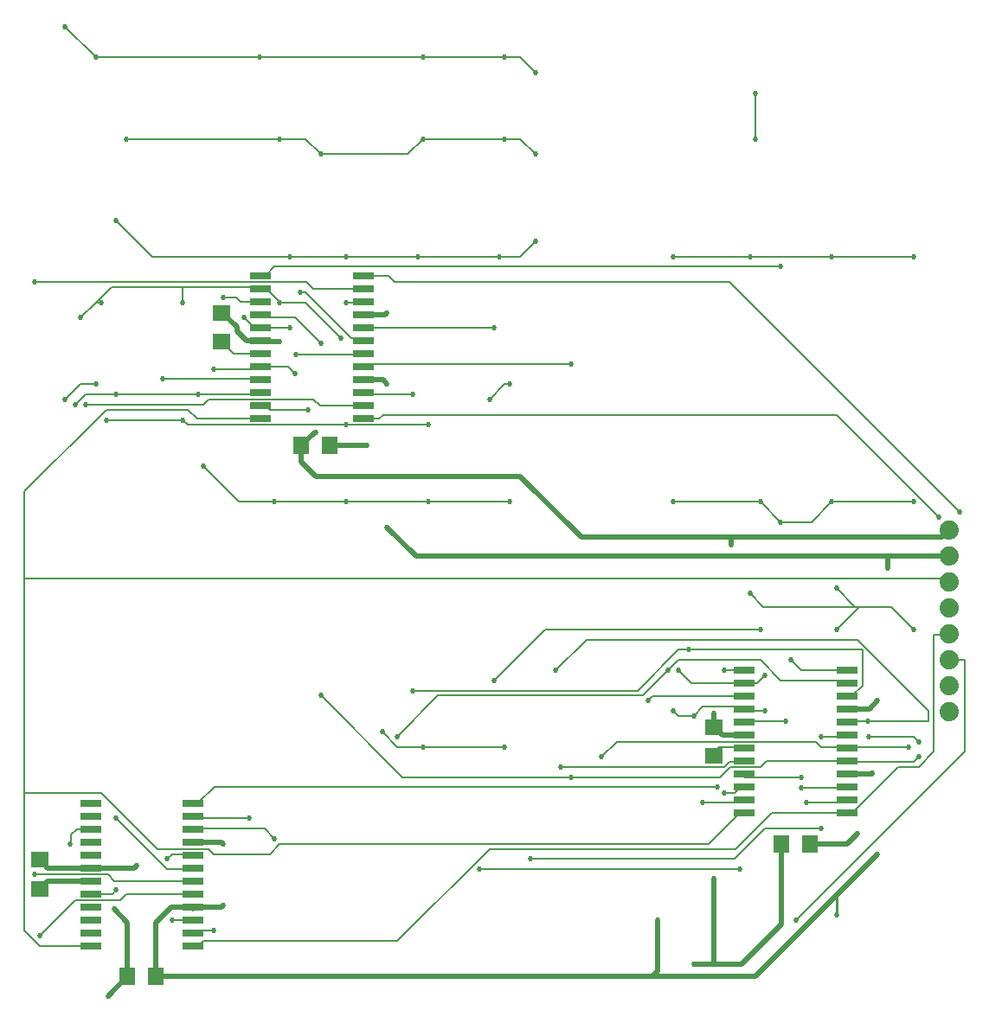
<source format=gbr>
G04 EAGLE Gerber RS-274X export*
G75*
%MOMM*%
%FSLAX34Y34*%
%LPD*%
%INBottom Copper*%
%IPPOS*%
%AMOC8*
5,1,8,0,0,1.08239X$1,22.5*%
G01*
%ADD10R,1.803000X1.600000*%
%ADD11R,2.032000X0.660400*%
%ADD12R,1.600000X1.800000*%
%ADD13C,1.879600*%
%ADD14C,0.152400*%
%ADD15C,0.525000*%
%ADD16C,0.150000*%
%ADD17C,0.508000*%
%ADD18C,0.254000*%


D10*
X257700Y661380D03*
X257700Y689820D03*
D11*
X396792Y725750D03*
X396792Y713050D03*
X396792Y700350D03*
X396792Y687650D03*
X396792Y674950D03*
X396792Y662250D03*
X396792Y649550D03*
X396792Y636850D03*
X296208Y636850D03*
X296208Y649550D03*
X296208Y662250D03*
X296208Y674950D03*
X296208Y687650D03*
X296208Y700350D03*
X296208Y713050D03*
X296208Y725750D03*
X296208Y624150D03*
X296208Y611450D03*
X296208Y598750D03*
X296208Y586050D03*
X396792Y624150D03*
X396792Y611450D03*
X396792Y598750D03*
X396792Y586050D03*
D12*
X336000Y560000D03*
X364000Y560000D03*
D11*
X870292Y339850D03*
X870292Y327150D03*
X870292Y314450D03*
X870292Y301750D03*
X870292Y289050D03*
X870292Y276350D03*
X870292Y263650D03*
X870292Y250950D03*
X769708Y250950D03*
X769708Y263650D03*
X769708Y276350D03*
X769708Y289050D03*
X769708Y301750D03*
X769708Y314450D03*
X769708Y327150D03*
X769708Y339850D03*
X769708Y238250D03*
X769708Y225550D03*
X769708Y212850D03*
X769708Y200150D03*
X870292Y238250D03*
X870292Y225550D03*
X870292Y212850D03*
X870292Y200150D03*
D10*
X740000Y255780D03*
X740000Y284220D03*
D12*
X806000Y170000D03*
X834000Y170000D03*
D13*
X970000Y477000D03*
X970000Y451600D03*
X970000Y426200D03*
X970000Y400800D03*
X970000Y375400D03*
X970000Y350000D03*
X970000Y324600D03*
X970000Y299200D03*
D11*
X230292Y209850D03*
X230292Y197150D03*
X230292Y184450D03*
X230292Y171750D03*
X230292Y159050D03*
X230292Y146350D03*
X230292Y133650D03*
X230292Y120950D03*
X129708Y120950D03*
X129708Y133650D03*
X129708Y146350D03*
X129708Y159050D03*
X129708Y171750D03*
X129708Y184450D03*
X129708Y197150D03*
X129708Y209850D03*
X129708Y108250D03*
X129708Y95550D03*
X129708Y82850D03*
X129708Y70150D03*
X230292Y108250D03*
X230292Y95550D03*
X230292Y82850D03*
X230292Y70150D03*
D10*
X80000Y125780D03*
X80000Y154220D03*
D12*
X166000Y40000D03*
X194000Y40000D03*
D14*
X135000Y940000D02*
X105000Y970000D01*
X135000Y940000D02*
X295000Y940000D01*
X455000Y940000D01*
X535000Y940000D01*
X550000Y940000D02*
X565000Y925000D01*
X550000Y940000D02*
X535000Y940000D01*
X300000Y600000D02*
X305000Y595000D01*
X343000Y595000D01*
X300000Y600000D02*
X296208Y598750D01*
D15*
X135000Y940000D03*
X105000Y970000D03*
X295000Y940000D03*
X455000Y940000D03*
X535000Y940000D03*
X565000Y925000D03*
X343000Y595000D03*
D14*
X355000Y845000D02*
X340000Y860000D01*
X315000Y860000D01*
X440000Y845000D02*
X455000Y860000D01*
X440000Y845000D02*
X355000Y845000D01*
X455000Y860000D02*
X535000Y860000D01*
X550000Y860000D02*
X565000Y845000D01*
X550000Y860000D02*
X535000Y860000D01*
X295000Y625000D02*
X200000Y625000D01*
X295000Y625000D02*
X296208Y624150D01*
X315000Y860000D02*
X165000Y860000D01*
D15*
X355000Y845000D03*
X315000Y860000D03*
X455000Y860000D03*
X535000Y860000D03*
X565000Y845000D03*
X200000Y625000D03*
X165000Y860000D03*
D14*
X280000Y685000D02*
X290000Y675000D01*
X295000Y675000D01*
X296208Y674950D01*
X300000Y675000D02*
X325000Y675000D01*
X300000Y675000D02*
X296208Y674950D01*
X325000Y745000D02*
X380000Y745000D01*
X450000Y745000D01*
X530000Y745000D01*
X550000Y745000D02*
X565000Y760000D01*
X550000Y745000D02*
X530000Y745000D01*
X190000Y745000D02*
X155000Y780000D01*
X190000Y745000D02*
X325000Y745000D01*
D15*
X280000Y685000D03*
X325000Y675000D03*
X380000Y745000D03*
X325000Y745000D03*
X450000Y745000D03*
X530000Y745000D03*
X565000Y760000D03*
X155000Y780000D03*
D14*
X150000Y715000D02*
X135000Y700000D01*
X120000Y685000D01*
X220000Y715000D02*
X295000Y715000D01*
X220000Y715000D02*
X150000Y715000D01*
X295000Y715000D02*
X296208Y713050D01*
X140000Y700000D02*
X135000Y700000D01*
X220000Y700000D02*
X220000Y715000D01*
X314500Y700500D02*
X315000Y700000D01*
X340000Y700000D02*
X375000Y665000D01*
X340000Y700000D02*
X315000Y700000D01*
D15*
X120000Y685000D03*
X140000Y700000D03*
X220000Y700000D03*
X315000Y700000D03*
X375000Y665000D03*
D16*
X301950Y713050D02*
X296208Y713050D01*
X301950Y713050D02*
X314500Y700500D01*
D14*
X330000Y685000D02*
X355000Y660000D01*
X330000Y685000D02*
X300000Y685000D01*
X296208Y687650D01*
X520000Y605000D02*
X535000Y620000D01*
X540000Y620000D01*
X120000Y620000D02*
X105000Y605000D01*
X120000Y620000D02*
X135000Y620000D01*
X145000Y585000D02*
X220000Y585000D01*
X225000Y580000D02*
X380000Y580000D01*
X460000Y580000D01*
X225000Y580000D02*
X220000Y585000D01*
D15*
X355000Y660000D03*
X520000Y605000D03*
X540000Y620000D03*
X105000Y605000D03*
X135000Y620000D03*
X145000Y585000D03*
X220000Y585000D03*
X460000Y580000D03*
X380000Y580000D03*
D14*
X125000Y610000D02*
X115000Y600000D01*
X235000Y610000D02*
X295000Y610000D01*
X235000Y610000D02*
X155000Y610000D01*
X125000Y610000D01*
X295000Y610000D02*
X296208Y611450D01*
X310000Y505000D02*
X380000Y505000D01*
X460000Y505000D01*
X540000Y505000D01*
X275000Y505000D02*
X240000Y540000D01*
X275000Y505000D02*
X310000Y505000D01*
D15*
X115000Y600000D03*
X155000Y610000D03*
X235000Y610000D03*
X380000Y505000D03*
X310000Y505000D03*
X460000Y505000D03*
X540000Y505000D03*
X240000Y540000D03*
D14*
X250000Y635000D02*
X295000Y635000D01*
X296208Y636850D01*
D15*
X330000Y630000D03*
X250000Y635000D03*
D16*
X296208Y636850D02*
X323150Y636850D01*
X330000Y630000D01*
D14*
X272000Y705000D02*
X260000Y705000D01*
D15*
X260000Y705000D03*
D16*
X276650Y700350D02*
X296208Y700350D01*
X276650Y700350D02*
X272000Y705000D01*
D14*
X341000Y720000D02*
X75000Y720000D01*
D15*
X75000Y720000D03*
D16*
X347950Y713050D02*
X396792Y713050D01*
X347950Y713050D02*
X341000Y720000D01*
D14*
X348000Y605000D02*
X245000Y605000D01*
X240000Y600000D01*
X125000Y600000D01*
D15*
X125000Y600000D03*
D16*
X354250Y598750D02*
X396792Y598750D01*
X354250Y598750D02*
X348000Y605000D01*
D14*
X385000Y665000D02*
X395000Y665000D01*
X385000Y665000D02*
X340000Y710000D01*
X335000Y710000D01*
X395000Y665000D02*
X396792Y662250D01*
D15*
X335000Y710000D03*
D14*
X396242Y649000D02*
X396792Y649550D01*
X396242Y649000D02*
X331000Y649000D01*
D15*
X331000Y649000D03*
D14*
X380000Y700000D02*
X395000Y700000D01*
X396792Y700350D01*
D15*
X380000Y700000D03*
D14*
X400000Y610000D02*
X445000Y610000D01*
X400000Y610000D02*
X396792Y611450D01*
D15*
X445000Y610000D03*
D14*
X400000Y675000D02*
X525000Y675000D01*
X400000Y675000D02*
X396792Y674950D01*
D15*
X525000Y675000D03*
D14*
X600000Y640000D02*
X400000Y640000D01*
X396792Y636850D01*
D15*
X600000Y640000D03*
D14*
X340000Y560000D02*
X336000Y560000D01*
X260000Y685000D02*
X257700Y689820D01*
X295000Y665000D02*
X296208Y662250D01*
X80000Y154220D02*
X80000Y150000D01*
X125000Y145000D02*
X129708Y146350D01*
X765000Y275000D02*
X769708Y276350D01*
X170000Y40000D02*
X166000Y40000D01*
X805000Y170000D02*
X806000Y170000D01*
X740000Y280000D02*
X740000Y284220D01*
X129708Y146350D02*
X130000Y145000D01*
X255000Y685000D02*
X257700Y689820D01*
X300000Y660000D02*
X305000Y660000D01*
X300000Y660000D02*
X296208Y662250D01*
D17*
X963000Y470000D02*
X970000Y477000D01*
X963000Y470000D02*
X757000Y470000D01*
X610000Y470000D01*
X336000Y544000D02*
X336000Y560000D01*
X336000Y544000D02*
X350000Y530000D01*
X550000Y530000D02*
X610000Y470000D01*
X550000Y530000D02*
X350000Y530000D01*
X296208Y662250D02*
X282750Y662250D01*
X273000Y672000D02*
X273000Y676000D01*
X259180Y689820D01*
X257700Y689820D01*
X273000Y672000D02*
X282750Y662250D01*
X349000Y573000D02*
X336000Y560000D01*
X349000Y573000D02*
X350000Y573000D01*
D15*
X350000Y573000D03*
X315000Y662000D03*
D17*
X296458Y662000D01*
X296208Y662250D01*
X747870Y276350D02*
X769708Y276350D01*
X747870Y276350D02*
X740000Y284220D01*
X740000Y298000D01*
D15*
X740000Y298000D03*
X757000Y463000D03*
D17*
X757000Y470000D01*
D15*
X147000Y21000D03*
D17*
X166000Y40000D01*
X129708Y146350D02*
X87870Y146350D01*
X80000Y154220D01*
X129708Y146350D02*
X172350Y146350D01*
X175000Y149000D01*
D15*
X175000Y149000D03*
X153000Y106000D03*
D17*
X166000Y93000D01*
X166000Y40000D01*
D15*
X720000Y52000D03*
D17*
X740000Y52000D01*
X767000Y52000D01*
X806000Y91000D02*
X806000Y170000D01*
X806000Y91000D02*
X767000Y52000D01*
X740000Y52000D02*
X740000Y136000D01*
D15*
X740000Y136000D03*
D14*
X400000Y625000D02*
X396792Y624150D01*
X400000Y685000D02*
X396792Y687650D01*
X364000Y560000D02*
X360000Y560000D01*
X195000Y40000D02*
X194000Y40000D01*
X230000Y105000D02*
X230292Y108250D01*
X235000Y110000D02*
X240000Y110000D01*
X235000Y170000D02*
X230292Y171750D01*
X235000Y110000D02*
X230292Y108250D01*
X870292Y238250D02*
X875000Y240000D01*
X875000Y300000D02*
X870292Y301750D01*
X834000Y170000D02*
X830000Y170000D01*
D17*
X910000Y451600D02*
X970000Y451600D01*
X910000Y451600D02*
X448400Y451600D01*
X420000Y480000D01*
X417650Y687650D02*
X396792Y687650D01*
X417650Y687650D02*
X420000Y690000D01*
D15*
X420000Y690000D03*
X420000Y620000D03*
D17*
X415850Y624150D02*
X396792Y624150D01*
X415850Y624150D02*
X420000Y620000D01*
D15*
X420000Y480000D03*
D17*
X400000Y560000D02*
X364000Y560000D01*
D15*
X400000Y560000D03*
D17*
X870292Y238250D02*
X894250Y238250D01*
X895000Y239000D01*
D15*
X895000Y239000D03*
X910000Y440000D03*
D17*
X910000Y451600D01*
X891750Y301750D02*
X870292Y301750D01*
X891750Y301750D02*
X900000Y310000D01*
D15*
X900000Y310000D03*
D17*
X258250Y171750D02*
X230292Y171750D01*
X258250Y171750D02*
X260000Y170000D01*
D15*
X260000Y170000D03*
X260000Y110000D03*
D17*
X258250Y108250D02*
X230292Y108250D01*
X258250Y108250D02*
X260000Y110000D01*
X230292Y108250D02*
X209250Y108250D01*
X194000Y93000D02*
X194000Y40000D01*
X194000Y93000D02*
X209250Y108250D01*
X194000Y40000D02*
X680000Y40000D01*
X780000Y40000D01*
X685000Y45000D02*
X680000Y40000D01*
X685000Y45000D02*
X685000Y95000D01*
D15*
X685000Y95000D03*
X900000Y160000D03*
D17*
X860000Y120000D01*
X780000Y40000D01*
D15*
X860000Y100000D03*
D18*
X860000Y120000D01*
D17*
X870000Y170000D02*
X834000Y170000D01*
X870000Y170000D02*
X880000Y180000D01*
D15*
X880000Y180000D03*
D14*
X270000Y650000D02*
X260000Y660000D01*
X270000Y650000D02*
X295000Y650000D01*
X260000Y660000D02*
X257700Y661380D01*
X295000Y650000D02*
X296208Y649550D01*
X125000Y70000D02*
X80000Y70000D01*
X65000Y85000D01*
X65000Y430000D02*
X65000Y512000D01*
X65000Y430000D02*
X65000Y220000D01*
X65000Y85000D01*
X140000Y590000D02*
X145000Y595000D01*
X225000Y595000D01*
X129708Y70150D02*
X125000Y70000D01*
X735000Y170000D02*
X765000Y200000D01*
X735000Y170000D02*
X315000Y170000D01*
X305000Y160000D01*
X250000Y160000D01*
X245000Y165000D01*
X195000Y165000D01*
X140000Y220000D01*
X65000Y220000D01*
X765000Y200000D02*
X769708Y200150D01*
X970000Y430000D02*
X65000Y430000D01*
X970000Y430000D02*
X970000Y426200D01*
D16*
X140000Y590000D02*
X65000Y515000D01*
X65000Y512000D01*
X233950Y586050D02*
X296208Y586050D01*
X233950Y586050D02*
X225000Y595000D01*
D14*
X240000Y75000D02*
X235000Y70000D01*
X240000Y75000D02*
X430000Y75000D01*
X520000Y165000D01*
X761000Y165000D01*
X796000Y200000D01*
X870000Y200000D01*
X235000Y70000D02*
X230292Y70150D01*
X870000Y200000D02*
X870292Y200150D01*
X860000Y590000D02*
X416000Y590000D01*
X860000Y590000D02*
X960000Y490000D01*
X920000Y245000D02*
X875000Y200000D01*
X920000Y245000D02*
X940000Y245000D01*
X955000Y260000D01*
X955000Y375000D01*
X970000Y375000D01*
X875000Y200000D02*
X870292Y200150D01*
X970000Y375000D02*
X970000Y375400D01*
D15*
X960000Y490000D03*
D16*
X412050Y586050D02*
X396792Y586050D01*
X412050Y586050D02*
X416000Y590000D01*
D14*
X427000Y720000D02*
X755000Y720000D01*
X980000Y495000D01*
D15*
X980000Y495000D03*
D16*
X421250Y725750D02*
X396792Y725750D01*
X421250Y725750D02*
X427000Y720000D01*
D14*
X251000Y226000D02*
X235000Y210000D01*
X251000Y226000D02*
X743000Y226000D01*
X750000Y340000D02*
X765000Y340000D01*
X235000Y210000D02*
X230292Y209850D01*
X765000Y340000D02*
X769708Y339850D01*
D15*
X743000Y226000D03*
X750000Y340000D03*
D14*
X780000Y860000D02*
X780000Y905000D01*
X765000Y210000D02*
X729000Y210000D01*
X765000Y210000D02*
X769708Y212850D01*
D15*
X780000Y860000D03*
X780000Y905000D03*
X729000Y210000D03*
D14*
X770000Y235000D02*
X825000Y235000D01*
X770000Y235000D02*
X769708Y238250D01*
X775000Y745000D02*
X700000Y745000D01*
X775000Y745000D02*
X855000Y745000D01*
X935000Y745000D01*
D15*
X825000Y235000D03*
X700000Y745000D03*
X775000Y745000D03*
X855000Y745000D03*
X935000Y745000D03*
D14*
X810000Y290000D02*
X770000Y290000D01*
X805000Y485000D02*
X785000Y505000D01*
X770000Y290000D02*
X769708Y289050D01*
X785000Y505000D02*
X700000Y505000D01*
X835000Y485000D02*
X855000Y505000D01*
X835000Y485000D02*
X805000Y485000D01*
X855000Y505000D02*
X935000Y505000D01*
D15*
X810000Y290000D03*
X805000Y485000D03*
X785000Y505000D03*
X700000Y505000D03*
X855000Y505000D03*
X935000Y505000D03*
X860000Y380000D03*
X860000Y420000D03*
X935000Y380000D03*
X790000Y335000D03*
X705000Y340000D03*
X775000Y415000D03*
D16*
X788000Y402000D01*
X913000Y402000D02*
X935000Y380000D01*
X878000Y402000D02*
X788000Y402000D01*
X878000Y402000D02*
X882000Y402000D01*
X913000Y402000D01*
X882000Y402000D02*
X860000Y380000D01*
X878000Y402000D02*
X860000Y420000D01*
X717850Y327150D02*
X705000Y340000D01*
X717850Y327150D02*
X769708Y327150D01*
X782150Y327150D01*
X790000Y335000D01*
D14*
X729000Y304000D02*
X720000Y295000D01*
X767458Y304000D02*
X769708Y301750D01*
X767458Y304000D02*
X729000Y304000D01*
X705000Y295000D02*
X700000Y300000D01*
X705000Y295000D02*
X720000Y295000D01*
X770000Y300000D02*
X790000Y300000D01*
X770000Y300000D02*
X769708Y301750D01*
D15*
X720000Y295000D03*
X700000Y300000D03*
X790000Y300000D03*
X940000Y270000D03*
D16*
X935000Y275000D01*
X891000Y275000D01*
D15*
X891000Y275000D03*
D14*
X430000Y265000D02*
X415000Y280000D01*
X430000Y265000D02*
X455000Y265000D01*
X535000Y265000D01*
X760000Y220000D02*
X765000Y225000D01*
X760000Y220000D02*
X750000Y220000D01*
X765000Y225000D02*
X769708Y225550D01*
D15*
X415000Y280000D03*
X455000Y265000D03*
X535000Y265000D03*
X750000Y220000D03*
D14*
X755000Y250000D02*
X765000Y250000D01*
X755000Y250000D02*
X750000Y245000D01*
X590000Y245000D01*
X765000Y250000D02*
X769708Y250950D01*
D15*
X590000Y245000D03*
X675000Y310000D03*
D16*
X679450Y314450D02*
X769708Y314450D01*
X679450Y314450D02*
X675000Y310000D01*
D14*
X805000Y330000D02*
X870000Y330000D01*
X805000Y330000D02*
X785000Y350000D01*
X705000Y350000D01*
X695000Y340000D01*
X870000Y330000D02*
X870292Y327150D01*
X470000Y315000D02*
X430000Y275000D01*
X470000Y315000D02*
X670000Y315000D01*
X695000Y340000D01*
D15*
X695000Y340000D03*
X430000Y275000D03*
D14*
X830000Y210000D02*
X870000Y210000D01*
X870292Y212850D01*
X765000Y145000D02*
X510000Y145000D01*
D15*
X830000Y210000D03*
X510000Y145000D03*
X765000Y145000D03*
D14*
X845000Y275000D02*
X870000Y275000D01*
X870292Y276350D01*
X760000Y155000D02*
X560000Y155000D01*
X760000Y155000D02*
X790000Y185000D01*
X845000Y185000D01*
D15*
X845000Y275000D03*
X560000Y155000D03*
X845000Y185000D03*
D14*
X875000Y265000D02*
X930000Y265000D01*
X875000Y265000D02*
X870292Y263650D01*
X645000Y270000D02*
X630000Y255000D01*
X645000Y270000D02*
X840000Y270000D01*
X845000Y265000D01*
X870000Y265000D01*
X870292Y263650D01*
D15*
X930000Y265000D03*
X630000Y255000D03*
D14*
X875000Y315000D02*
X885000Y325000D01*
X885000Y360000D01*
X715000Y360000D01*
X870292Y314450D02*
X875000Y315000D01*
X665000Y320000D02*
X445000Y320000D01*
X665000Y320000D02*
X705000Y360000D01*
X715000Y360000D01*
D15*
X715000Y360000D03*
X445000Y320000D03*
D14*
X825000Y225000D02*
X870000Y225000D01*
X870292Y225550D01*
X575000Y380000D02*
X525000Y330000D01*
X575000Y380000D02*
X785000Y380000D01*
D15*
X825000Y225000D03*
X525000Y330000D03*
X785000Y380000D03*
D14*
X875000Y290000D02*
X890000Y290000D01*
X875000Y290000D02*
X870292Y289050D01*
X615000Y370000D02*
X585000Y340000D01*
X615000Y370000D02*
X880000Y370000D01*
X950000Y300000D01*
X950000Y290000D01*
X890000Y290000D01*
D15*
X890000Y290000D03*
X585000Y340000D03*
D14*
X435000Y235000D02*
X355000Y315000D01*
X600000Y235000D02*
X746000Y235000D01*
X600000Y235000D02*
X435000Y235000D01*
X746000Y235000D02*
X756000Y245000D01*
X785000Y245000D01*
X935000Y250000D02*
X940000Y255000D01*
X935000Y250000D02*
X875000Y250000D01*
X870292Y250950D01*
D15*
X355000Y315000D03*
X600000Y235000D03*
X940000Y255000D03*
D16*
X870292Y250950D02*
X790950Y250950D01*
X785000Y245000D01*
D14*
X745000Y265000D02*
X740000Y260000D01*
X745000Y265000D02*
X765000Y265000D01*
X740000Y260000D02*
X740000Y255780D01*
X765000Y265000D02*
X769708Y263650D01*
X300000Y725000D02*
X310000Y735000D01*
X805000Y735000D01*
X815000Y350000D02*
X825000Y340000D01*
X870000Y340000D01*
X300000Y725000D02*
X296208Y725750D01*
X870000Y340000D02*
X870292Y339850D01*
D15*
X805000Y735000D03*
X815000Y350000D03*
D14*
X985000Y260000D02*
X820000Y95000D01*
X985000Y260000D02*
X985000Y350000D01*
X970000Y350000D01*
D15*
X820000Y95000D03*
X155000Y125000D03*
D16*
X150950Y120950D02*
X129708Y120950D01*
X150950Y120950D02*
X155000Y125000D01*
D15*
X110000Y170000D03*
D16*
X116450Y184450D02*
X129708Y184450D01*
X116450Y184450D02*
X111000Y179000D01*
X111000Y171000D01*
X110000Y170000D01*
D14*
X235000Y195000D02*
X285000Y195000D01*
X235000Y195000D02*
X230292Y197150D01*
D15*
X285000Y195000D03*
D14*
X250000Y85000D02*
X235000Y85000D01*
X230292Y82850D01*
D15*
X250000Y85000D03*
D14*
X230000Y145000D02*
X205000Y145000D01*
X155000Y195000D01*
X230292Y146350D02*
X230000Y145000D01*
D15*
X155000Y195000D03*
D14*
X147000Y140000D02*
X75000Y140000D01*
D15*
X75000Y140000D03*
D16*
X153350Y133650D02*
X230292Y133650D01*
X153350Y133650D02*
X147000Y140000D01*
D14*
X300000Y185000D02*
X310000Y175000D01*
X300000Y185000D02*
X235000Y185000D01*
X230292Y184450D01*
D15*
X310000Y175000D03*
D14*
X230000Y95000D02*
X210000Y95000D01*
X230000Y95000D02*
X230292Y95550D01*
D15*
X210000Y95000D03*
D14*
X205000Y155000D02*
X210000Y160000D01*
X230000Y160000D01*
X230292Y159050D01*
D15*
X205000Y155000D03*
D14*
X115000Y115000D02*
X80000Y80000D01*
X115000Y115000D02*
X159000Y115000D01*
D15*
X80000Y80000D03*
D16*
X164950Y120950D02*
X230292Y120950D01*
X164950Y120950D02*
X159000Y115000D01*
D14*
X80000Y125780D02*
X80000Y130000D01*
X125000Y135000D02*
X129708Y133650D01*
D17*
X87870Y133650D01*
X80000Y125780D01*
M02*

</source>
